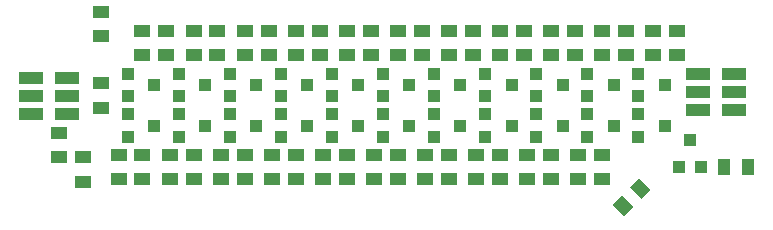
<source format=gbr>
%FSLAX34Y34*%
%MOMM*%
%LNSMDMASK_TOP*%
G71*
G01*
%ADD10R,1.100X1.100*%
%ADD11R,1.400X1.100*%
%ADD12R,2.100X1.000*%
%ADD13R,1.100X1.400*%
%LPD*%
X157541Y-115008D02*
G54D10*
D03*
X157541Y-134008D02*
G54D10*
D03*
X179741Y-124508D02*
G54D10*
D03*
X157541Y-149508D02*
G54D10*
D03*
X157541Y-168508D02*
G54D10*
D03*
X179741Y-159008D02*
G54D10*
D03*
X190197Y-78803D02*
G54D11*
D03*
X190197Y-99403D02*
G54D11*
D03*
X169997Y-78803D02*
G54D11*
D03*
X169997Y-99403D02*
G54D11*
D03*
X169997Y-183803D02*
G54D11*
D03*
X169997Y-204403D02*
G54D11*
D03*
X149797Y-183903D02*
G54D11*
D03*
X149797Y-204503D02*
G54D11*
D03*
X200741Y-115009D02*
G54D10*
D03*
X200741Y-134009D02*
G54D10*
D03*
X222941Y-124509D02*
G54D10*
D03*
X200741Y-149508D02*
G54D10*
D03*
X200741Y-168508D02*
G54D10*
D03*
X222941Y-159008D02*
G54D10*
D03*
X233397Y-78804D02*
G54D11*
D03*
X233397Y-99404D02*
G54D11*
D03*
X213197Y-78804D02*
G54D11*
D03*
X213197Y-99404D02*
G54D11*
D03*
X213197Y-183804D02*
G54D11*
D03*
X213197Y-204404D02*
G54D11*
D03*
X192997Y-183904D02*
G54D11*
D03*
X192997Y-204504D02*
G54D11*
D03*
X244041Y-115008D02*
G54D10*
D03*
X244041Y-134008D02*
G54D10*
D03*
X266241Y-124508D02*
G54D10*
D03*
X244041Y-149508D02*
G54D10*
D03*
X244041Y-168508D02*
G54D10*
D03*
X266241Y-159008D02*
G54D10*
D03*
X276697Y-78803D02*
G54D11*
D03*
X276697Y-99403D02*
G54D11*
D03*
X256497Y-78803D02*
G54D11*
D03*
X256497Y-99403D02*
G54D11*
D03*
X256497Y-183803D02*
G54D11*
D03*
X256497Y-204403D02*
G54D11*
D03*
X236297Y-183903D02*
G54D11*
D03*
X236297Y-204503D02*
G54D11*
D03*
X287241Y-115009D02*
G54D10*
D03*
X287241Y-134009D02*
G54D10*
D03*
X309441Y-124509D02*
G54D10*
D03*
X287241Y-149508D02*
G54D10*
D03*
X287241Y-168508D02*
G54D10*
D03*
X309441Y-159008D02*
G54D10*
D03*
X319897Y-78804D02*
G54D11*
D03*
X319897Y-99404D02*
G54D11*
D03*
X299697Y-78804D02*
G54D11*
D03*
X299697Y-99404D02*
G54D11*
D03*
X299697Y-183804D02*
G54D11*
D03*
X299697Y-204404D02*
G54D11*
D03*
X279497Y-183904D02*
G54D11*
D03*
X279497Y-204504D02*
G54D11*
D03*
X330541Y-115008D02*
G54D10*
D03*
X330541Y-134008D02*
G54D10*
D03*
X352741Y-124508D02*
G54D10*
D03*
X330541Y-149508D02*
G54D10*
D03*
X330541Y-168508D02*
G54D10*
D03*
X352741Y-159008D02*
G54D10*
D03*
X363197Y-78803D02*
G54D11*
D03*
X363197Y-99403D02*
G54D11*
D03*
X342997Y-78803D02*
G54D11*
D03*
X342997Y-99403D02*
G54D11*
D03*
X342997Y-183803D02*
G54D11*
D03*
X342997Y-204403D02*
G54D11*
D03*
X322797Y-183903D02*
G54D11*
D03*
X322797Y-204503D02*
G54D11*
D03*
X373741Y-115009D02*
G54D10*
D03*
X373741Y-134009D02*
G54D10*
D03*
X395941Y-124509D02*
G54D10*
D03*
X373741Y-149508D02*
G54D10*
D03*
X373741Y-168508D02*
G54D10*
D03*
X395941Y-159008D02*
G54D10*
D03*
X406397Y-78804D02*
G54D11*
D03*
X406397Y-99404D02*
G54D11*
D03*
X386197Y-78804D02*
G54D11*
D03*
X386197Y-99404D02*
G54D11*
D03*
X386197Y-183804D02*
G54D11*
D03*
X386197Y-204404D02*
G54D11*
D03*
X365997Y-183904D02*
G54D11*
D03*
X365997Y-204504D02*
G54D11*
D03*
X417041Y-115008D02*
G54D10*
D03*
X417041Y-134008D02*
G54D10*
D03*
X439241Y-124508D02*
G54D10*
D03*
X417041Y-149508D02*
G54D10*
D03*
X417041Y-168508D02*
G54D10*
D03*
X439241Y-159008D02*
G54D10*
D03*
X449697Y-78803D02*
G54D11*
D03*
X449697Y-99403D02*
G54D11*
D03*
X429497Y-78803D02*
G54D11*
D03*
X429497Y-99403D02*
G54D11*
D03*
X429497Y-183803D02*
G54D11*
D03*
X429497Y-204403D02*
G54D11*
D03*
X409297Y-183903D02*
G54D11*
D03*
X409297Y-204503D02*
G54D11*
D03*
X460241Y-115009D02*
G54D10*
D03*
X460241Y-134009D02*
G54D10*
D03*
X482441Y-124509D02*
G54D10*
D03*
X460241Y-149508D02*
G54D10*
D03*
X460241Y-168508D02*
G54D10*
D03*
X482441Y-159008D02*
G54D10*
D03*
X492897Y-78804D02*
G54D11*
D03*
X492897Y-99404D02*
G54D11*
D03*
X472697Y-78804D02*
G54D11*
D03*
X472697Y-99404D02*
G54D11*
D03*
X472697Y-183804D02*
G54D11*
D03*
X472697Y-204404D02*
G54D11*
D03*
X452497Y-183904D02*
G54D11*
D03*
X452497Y-204504D02*
G54D11*
D03*
X503541Y-115009D02*
G54D10*
D03*
X503541Y-134009D02*
G54D10*
D03*
X525741Y-124509D02*
G54D10*
D03*
X503541Y-149509D02*
G54D10*
D03*
X503541Y-168509D02*
G54D10*
D03*
X525741Y-159009D02*
G54D10*
D03*
X536197Y-78804D02*
G54D11*
D03*
X536197Y-99404D02*
G54D11*
D03*
X515997Y-78804D02*
G54D11*
D03*
X515997Y-99404D02*
G54D11*
D03*
X515997Y-183804D02*
G54D11*
D03*
X515997Y-204404D02*
G54D11*
D03*
X495797Y-183904D02*
G54D11*
D03*
X495797Y-204504D02*
G54D11*
D03*
X546741Y-115010D02*
G54D10*
D03*
X546741Y-134010D02*
G54D10*
D03*
X568942Y-124510D02*
G54D10*
D03*
X546741Y-149509D02*
G54D10*
D03*
X546741Y-168509D02*
G54D10*
D03*
X568941Y-159009D02*
G54D10*
D03*
X579397Y-78804D02*
G54D11*
D03*
X579397Y-99404D02*
G54D11*
D03*
X559197Y-78804D02*
G54D11*
D03*
X559197Y-99404D02*
G54D11*
D03*
X559197Y-183804D02*
G54D11*
D03*
X559197Y-204404D02*
G54D11*
D03*
X538997Y-183904D02*
G54D11*
D03*
X538997Y-204504D02*
G54D11*
D03*
X135000Y-123338D02*
G54D11*
D03*
X135000Y-143938D02*
G54D11*
D03*
X75456Y-118517D02*
G54D12*
D03*
X105956Y-118517D02*
G54D12*
D03*
X75456Y-133717D02*
G54D12*
D03*
X105956Y-133717D02*
G54D12*
D03*
X75456Y-148917D02*
G54D12*
D03*
X105956Y-148917D02*
G54D12*
D03*
X119747Y-185785D02*
G54D11*
D03*
X119747Y-206385D02*
G54D11*
D03*
X99247Y-185785D02*
G54D11*
D03*
X99247Y-165185D02*
G54D11*
D03*
X639956Y-115517D02*
G54D12*
D03*
X670456Y-115517D02*
G54D12*
D03*
X639956Y-130717D02*
G54D12*
D03*
X670456Y-130717D02*
G54D12*
D03*
X639956Y-145917D02*
G54D12*
D03*
X670456Y-145917D02*
G54D12*
D03*
X589942Y-115010D02*
G54D10*
D03*
X589942Y-134010D02*
G54D10*
D03*
X612142Y-124510D02*
G54D10*
D03*
X589941Y-149510D02*
G54D10*
D03*
X589942Y-168510D02*
G54D10*
D03*
X612142Y-159010D02*
G54D10*
D03*
X622597Y-78805D02*
G54D11*
D03*
X622597Y-99405D02*
G54D11*
D03*
X602397Y-78805D02*
G54D11*
D03*
X602397Y-99405D02*
G54D11*
D03*
X623948Y-193668D02*
G54D10*
D03*
X642948Y-193668D02*
G54D10*
D03*
X633448Y-171468D02*
G54D10*
D03*
X682799Y-193675D02*
G54D13*
D03*
X662199Y-193675D02*
G54D13*
D03*
G36*
X600218Y-213419D02*
X592440Y-221198D01*
X582540Y-211299D01*
X590318Y-203520D01*
X600218Y-213419D01*
G37*
G36*
X585651Y-227986D02*
X577873Y-235764D01*
X567974Y-225865D01*
X575752Y-218087D01*
X585651Y-227986D01*
G37*
X135180Y-62578D02*
G54D11*
D03*
X135180Y-83178D02*
G54D11*
D03*
M02*

</source>
